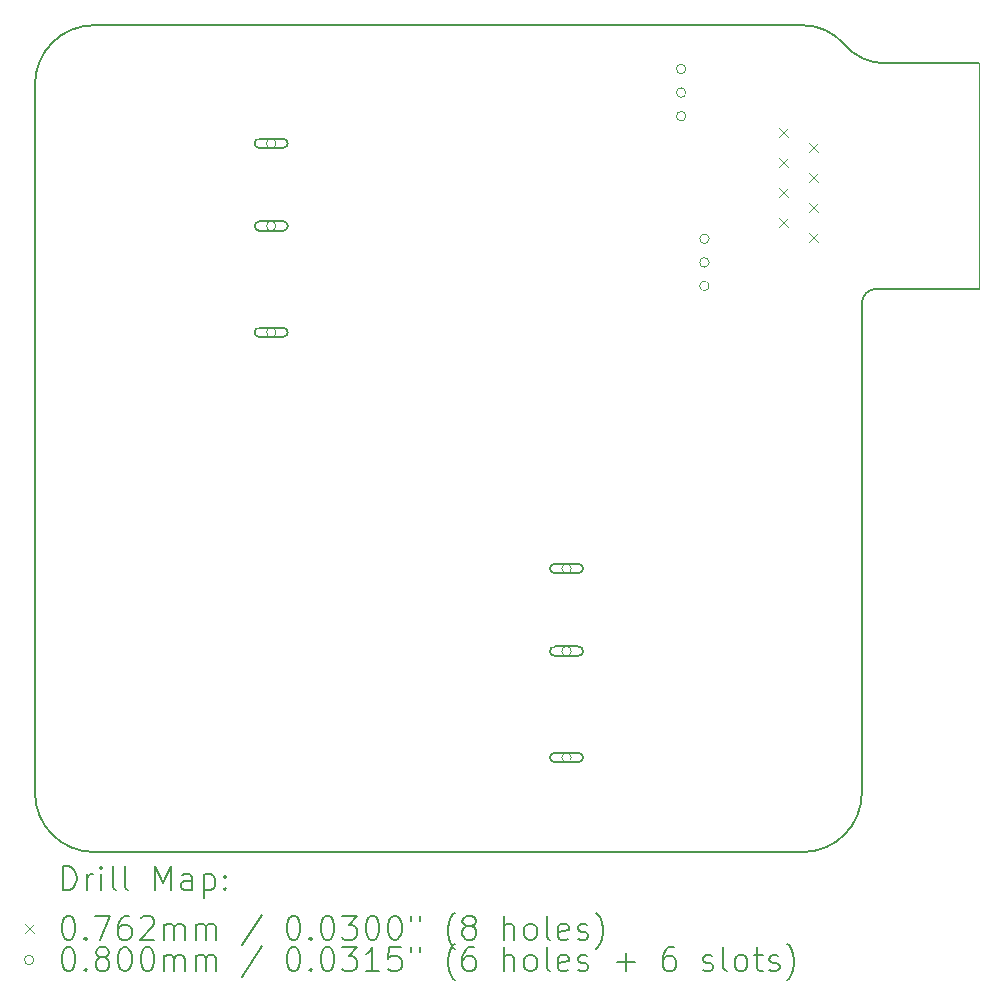
<source format=gbr>
%TF.GenerationSoftware,KiCad,Pcbnew,7.0.2*%
%TF.CreationDate,2023-05-10T12:33:56-04:00*%
%TF.ProjectId,TeamButton,5465616d-4275-4747-946f-6e2e6b696361,rev?*%
%TF.SameCoordinates,Original*%
%TF.FileFunction,Drillmap*%
%TF.FilePolarity,Positive*%
%FSLAX45Y45*%
G04 Gerber Fmt 4.5, Leading zero omitted, Abs format (unit mm)*
G04 Created by KiCad (PCBNEW 7.0.2) date 2023-05-10 12:33:56*
%MOMM*%
%LPD*%
G01*
G04 APERTURE LIST*
%ADD10C,0.100000*%
%ADD11C,0.200000*%
%ADD12C,0.076200*%
%ADD13C,0.080000*%
G04 APERTURE END LIST*
D10*
X15494000Y-6731000D02*
X15494000Y-4822775D01*
D11*
X7500000Y-5000000D02*
X7500000Y-11000000D01*
X14351001Y-4661387D02*
G75*
G03*
X14000000Y-4500000I-351001J-301003D01*
G01*
X14000000Y-11500000D02*
G75*
G03*
X14500000Y-11000000I0J500000D01*
G01*
X14627000Y-6731000D02*
G75*
G03*
X14500000Y-6858000I0J-127000D01*
G01*
X8000000Y-4500000D02*
X14000000Y-4500000D01*
X14627000Y-6731000D02*
X15494000Y-6731000D01*
X8000000Y-4500000D02*
G75*
G03*
X7500000Y-5000000I0J-500000D01*
G01*
X15494000Y-4822775D02*
X14702000Y-4822775D01*
X14000000Y-11500000D02*
X8000000Y-11500000D01*
X14351001Y-4661387D02*
G75*
G03*
X14702000Y-4822775I350999J300997D01*
G01*
X14500000Y-11000000D02*
X14500000Y-6858000D01*
X7500000Y-11000000D02*
G75*
G03*
X8000000Y-11500000I500000J0D01*
G01*
D12*
X13797900Y-5369400D02*
X13874100Y-5445600D01*
X13874100Y-5369400D02*
X13797900Y-5445600D01*
X13797900Y-5623400D02*
X13874100Y-5699600D01*
X13874100Y-5623400D02*
X13797900Y-5699600D01*
X13797900Y-5877400D02*
X13874100Y-5953600D01*
X13874100Y-5877400D02*
X13797900Y-5953600D01*
X13797900Y-6131400D02*
X13874100Y-6207600D01*
X13874100Y-6131400D02*
X13797900Y-6207600D01*
X14051900Y-5496400D02*
X14128100Y-5572600D01*
X14128100Y-5496400D02*
X14051900Y-5572600D01*
X14051900Y-5750400D02*
X14128100Y-5826600D01*
X14128100Y-5750400D02*
X14051900Y-5826600D01*
X14051900Y-6004400D02*
X14128100Y-6080600D01*
X14128100Y-6004400D02*
X14051900Y-6080600D01*
X14051900Y-6258400D02*
X14128100Y-6334600D01*
X14128100Y-6258400D02*
X14051900Y-6334600D01*
D13*
X9540000Y-5500000D02*
G75*
G03*
X9540000Y-5500000I-40000J0D01*
G01*
D11*
X9600000Y-5460000D02*
X9400000Y-5460000D01*
X9400000Y-5460000D02*
G75*
G03*
X9400000Y-5540000I0J-40000D01*
G01*
X9400000Y-5540000D02*
X9600000Y-5540000D01*
X9600000Y-5540000D02*
G75*
G03*
X9600000Y-5460000I0J40000D01*
G01*
D13*
X9540000Y-6200000D02*
G75*
G03*
X9540000Y-6200000I-40000J0D01*
G01*
D11*
X9600000Y-6160000D02*
X9400000Y-6160000D01*
X9400000Y-6160000D02*
G75*
G03*
X9400000Y-6240000I0J-40000D01*
G01*
X9400000Y-6240000D02*
X9600000Y-6240000D01*
X9600000Y-6240000D02*
G75*
G03*
X9600000Y-6160000I0J40000D01*
G01*
D13*
X9540000Y-7100000D02*
G75*
G03*
X9540000Y-7100000I-40000J0D01*
G01*
D11*
X9600000Y-7060000D02*
X9400000Y-7060000D01*
X9400000Y-7060000D02*
G75*
G03*
X9400000Y-7140000I0J-40000D01*
G01*
X9400000Y-7140000D02*
X9600000Y-7140000D01*
X9600000Y-7140000D02*
G75*
G03*
X9600000Y-7060000I0J40000D01*
G01*
D13*
X12040000Y-9100000D02*
G75*
G03*
X12040000Y-9100000I-40000J0D01*
G01*
D11*
X12100000Y-9060000D02*
X11900000Y-9060000D01*
X11900000Y-9060000D02*
G75*
G03*
X11900000Y-9140000I0J-40000D01*
G01*
X11900000Y-9140000D02*
X12100000Y-9140000D01*
X12100000Y-9140000D02*
G75*
G03*
X12100000Y-9060000I0J40000D01*
G01*
D13*
X12040000Y-9800000D02*
G75*
G03*
X12040000Y-9800000I-40000J0D01*
G01*
D11*
X12100000Y-9760000D02*
X11900000Y-9760000D01*
X11900000Y-9760000D02*
G75*
G03*
X11900000Y-9840000I0J-40000D01*
G01*
X11900000Y-9840000D02*
X12100000Y-9840000D01*
X12100000Y-9840000D02*
G75*
G03*
X12100000Y-9760000I0J40000D01*
G01*
D13*
X12040000Y-10700000D02*
G75*
G03*
X12040000Y-10700000I-40000J0D01*
G01*
D11*
X12100000Y-10660000D02*
X11900000Y-10660000D01*
X11900000Y-10660000D02*
G75*
G03*
X11900000Y-10740000I0J-40000D01*
G01*
X11900000Y-10740000D02*
X12100000Y-10740000D01*
X12100000Y-10740000D02*
G75*
G03*
X12100000Y-10660000I0J40000D01*
G01*
D13*
X13010000Y-4870000D02*
G75*
G03*
X13010000Y-4870000I-40000J0D01*
G01*
X13010000Y-5070000D02*
G75*
G03*
X13010000Y-5070000I-40000J0D01*
G01*
X13010000Y-5270000D02*
G75*
G03*
X13010000Y-5270000I-40000J0D01*
G01*
X13207500Y-6307500D02*
G75*
G03*
X13207500Y-6307500I-40000J0D01*
G01*
X13207500Y-6507500D02*
G75*
G03*
X13207500Y-6507500I-40000J0D01*
G01*
X13207500Y-6707500D02*
G75*
G03*
X13207500Y-6707500I-40000J0D01*
G01*
D11*
X7737619Y-11822524D02*
X7737619Y-11622524D01*
X7737619Y-11622524D02*
X7785238Y-11622524D01*
X7785238Y-11622524D02*
X7813809Y-11632048D01*
X7813809Y-11632048D02*
X7832857Y-11651095D01*
X7832857Y-11651095D02*
X7842381Y-11670143D01*
X7842381Y-11670143D02*
X7851905Y-11708238D01*
X7851905Y-11708238D02*
X7851905Y-11736809D01*
X7851905Y-11736809D02*
X7842381Y-11774905D01*
X7842381Y-11774905D02*
X7832857Y-11793952D01*
X7832857Y-11793952D02*
X7813809Y-11813000D01*
X7813809Y-11813000D02*
X7785238Y-11822524D01*
X7785238Y-11822524D02*
X7737619Y-11822524D01*
X7937619Y-11822524D02*
X7937619Y-11689190D01*
X7937619Y-11727286D02*
X7947143Y-11708238D01*
X7947143Y-11708238D02*
X7956667Y-11698714D01*
X7956667Y-11698714D02*
X7975714Y-11689190D01*
X7975714Y-11689190D02*
X7994762Y-11689190D01*
X8061428Y-11822524D02*
X8061428Y-11689190D01*
X8061428Y-11622524D02*
X8051905Y-11632048D01*
X8051905Y-11632048D02*
X8061428Y-11641571D01*
X8061428Y-11641571D02*
X8070952Y-11632048D01*
X8070952Y-11632048D02*
X8061428Y-11622524D01*
X8061428Y-11622524D02*
X8061428Y-11641571D01*
X8185238Y-11822524D02*
X8166190Y-11813000D01*
X8166190Y-11813000D02*
X8156667Y-11793952D01*
X8156667Y-11793952D02*
X8156667Y-11622524D01*
X8290000Y-11822524D02*
X8270952Y-11813000D01*
X8270952Y-11813000D02*
X8261428Y-11793952D01*
X8261428Y-11793952D02*
X8261428Y-11622524D01*
X8518571Y-11822524D02*
X8518571Y-11622524D01*
X8518571Y-11622524D02*
X8585238Y-11765381D01*
X8585238Y-11765381D02*
X8651905Y-11622524D01*
X8651905Y-11622524D02*
X8651905Y-11822524D01*
X8832857Y-11822524D02*
X8832857Y-11717762D01*
X8832857Y-11717762D02*
X8823333Y-11698714D01*
X8823333Y-11698714D02*
X8804286Y-11689190D01*
X8804286Y-11689190D02*
X8766190Y-11689190D01*
X8766190Y-11689190D02*
X8747143Y-11698714D01*
X8832857Y-11813000D02*
X8813810Y-11822524D01*
X8813810Y-11822524D02*
X8766190Y-11822524D01*
X8766190Y-11822524D02*
X8747143Y-11813000D01*
X8747143Y-11813000D02*
X8737619Y-11793952D01*
X8737619Y-11793952D02*
X8737619Y-11774905D01*
X8737619Y-11774905D02*
X8747143Y-11755857D01*
X8747143Y-11755857D02*
X8766190Y-11746333D01*
X8766190Y-11746333D02*
X8813810Y-11746333D01*
X8813810Y-11746333D02*
X8832857Y-11736809D01*
X8928095Y-11689190D02*
X8928095Y-11889190D01*
X8928095Y-11698714D02*
X8947143Y-11689190D01*
X8947143Y-11689190D02*
X8985238Y-11689190D01*
X8985238Y-11689190D02*
X9004286Y-11698714D01*
X9004286Y-11698714D02*
X9013810Y-11708238D01*
X9013810Y-11708238D02*
X9023333Y-11727286D01*
X9023333Y-11727286D02*
X9023333Y-11784428D01*
X9023333Y-11784428D02*
X9013810Y-11803476D01*
X9013810Y-11803476D02*
X9004286Y-11813000D01*
X9004286Y-11813000D02*
X8985238Y-11822524D01*
X8985238Y-11822524D02*
X8947143Y-11822524D01*
X8947143Y-11822524D02*
X8928095Y-11813000D01*
X9109048Y-11803476D02*
X9118571Y-11813000D01*
X9118571Y-11813000D02*
X9109048Y-11822524D01*
X9109048Y-11822524D02*
X9099524Y-11813000D01*
X9099524Y-11813000D02*
X9109048Y-11803476D01*
X9109048Y-11803476D02*
X9109048Y-11822524D01*
X9109048Y-11698714D02*
X9118571Y-11708238D01*
X9118571Y-11708238D02*
X9109048Y-11717762D01*
X9109048Y-11717762D02*
X9099524Y-11708238D01*
X9099524Y-11708238D02*
X9109048Y-11698714D01*
X9109048Y-11698714D02*
X9109048Y-11717762D01*
D12*
X7413800Y-12111900D02*
X7490000Y-12188100D01*
X7490000Y-12111900D02*
X7413800Y-12188100D01*
D11*
X7775714Y-12042524D02*
X7794762Y-12042524D01*
X7794762Y-12042524D02*
X7813809Y-12052048D01*
X7813809Y-12052048D02*
X7823333Y-12061571D01*
X7823333Y-12061571D02*
X7832857Y-12080619D01*
X7832857Y-12080619D02*
X7842381Y-12118714D01*
X7842381Y-12118714D02*
X7842381Y-12166333D01*
X7842381Y-12166333D02*
X7832857Y-12204428D01*
X7832857Y-12204428D02*
X7823333Y-12223476D01*
X7823333Y-12223476D02*
X7813809Y-12233000D01*
X7813809Y-12233000D02*
X7794762Y-12242524D01*
X7794762Y-12242524D02*
X7775714Y-12242524D01*
X7775714Y-12242524D02*
X7756667Y-12233000D01*
X7756667Y-12233000D02*
X7747143Y-12223476D01*
X7747143Y-12223476D02*
X7737619Y-12204428D01*
X7737619Y-12204428D02*
X7728095Y-12166333D01*
X7728095Y-12166333D02*
X7728095Y-12118714D01*
X7728095Y-12118714D02*
X7737619Y-12080619D01*
X7737619Y-12080619D02*
X7747143Y-12061571D01*
X7747143Y-12061571D02*
X7756667Y-12052048D01*
X7756667Y-12052048D02*
X7775714Y-12042524D01*
X7928095Y-12223476D02*
X7937619Y-12233000D01*
X7937619Y-12233000D02*
X7928095Y-12242524D01*
X7928095Y-12242524D02*
X7918571Y-12233000D01*
X7918571Y-12233000D02*
X7928095Y-12223476D01*
X7928095Y-12223476D02*
X7928095Y-12242524D01*
X8004286Y-12042524D02*
X8137619Y-12042524D01*
X8137619Y-12042524D02*
X8051905Y-12242524D01*
X8299524Y-12042524D02*
X8261428Y-12042524D01*
X8261428Y-12042524D02*
X8242381Y-12052048D01*
X8242381Y-12052048D02*
X8232857Y-12061571D01*
X8232857Y-12061571D02*
X8213809Y-12090143D01*
X8213809Y-12090143D02*
X8204286Y-12128238D01*
X8204286Y-12128238D02*
X8204286Y-12204428D01*
X8204286Y-12204428D02*
X8213809Y-12223476D01*
X8213809Y-12223476D02*
X8223333Y-12233000D01*
X8223333Y-12233000D02*
X8242381Y-12242524D01*
X8242381Y-12242524D02*
X8280476Y-12242524D01*
X8280476Y-12242524D02*
X8299524Y-12233000D01*
X8299524Y-12233000D02*
X8309048Y-12223476D01*
X8309048Y-12223476D02*
X8318571Y-12204428D01*
X8318571Y-12204428D02*
X8318571Y-12156809D01*
X8318571Y-12156809D02*
X8309048Y-12137762D01*
X8309048Y-12137762D02*
X8299524Y-12128238D01*
X8299524Y-12128238D02*
X8280476Y-12118714D01*
X8280476Y-12118714D02*
X8242381Y-12118714D01*
X8242381Y-12118714D02*
X8223333Y-12128238D01*
X8223333Y-12128238D02*
X8213809Y-12137762D01*
X8213809Y-12137762D02*
X8204286Y-12156809D01*
X8394762Y-12061571D02*
X8404286Y-12052048D01*
X8404286Y-12052048D02*
X8423333Y-12042524D01*
X8423333Y-12042524D02*
X8470952Y-12042524D01*
X8470952Y-12042524D02*
X8490000Y-12052048D01*
X8490000Y-12052048D02*
X8499524Y-12061571D01*
X8499524Y-12061571D02*
X8509048Y-12080619D01*
X8509048Y-12080619D02*
X8509048Y-12099667D01*
X8509048Y-12099667D02*
X8499524Y-12128238D01*
X8499524Y-12128238D02*
X8385238Y-12242524D01*
X8385238Y-12242524D02*
X8509048Y-12242524D01*
X8594762Y-12242524D02*
X8594762Y-12109190D01*
X8594762Y-12128238D02*
X8604286Y-12118714D01*
X8604286Y-12118714D02*
X8623333Y-12109190D01*
X8623333Y-12109190D02*
X8651905Y-12109190D01*
X8651905Y-12109190D02*
X8670952Y-12118714D01*
X8670952Y-12118714D02*
X8680476Y-12137762D01*
X8680476Y-12137762D02*
X8680476Y-12242524D01*
X8680476Y-12137762D02*
X8690000Y-12118714D01*
X8690000Y-12118714D02*
X8709048Y-12109190D01*
X8709048Y-12109190D02*
X8737619Y-12109190D01*
X8737619Y-12109190D02*
X8756667Y-12118714D01*
X8756667Y-12118714D02*
X8766191Y-12137762D01*
X8766191Y-12137762D02*
X8766191Y-12242524D01*
X8861429Y-12242524D02*
X8861429Y-12109190D01*
X8861429Y-12128238D02*
X8870952Y-12118714D01*
X8870952Y-12118714D02*
X8890000Y-12109190D01*
X8890000Y-12109190D02*
X8918572Y-12109190D01*
X8918572Y-12109190D02*
X8937619Y-12118714D01*
X8937619Y-12118714D02*
X8947143Y-12137762D01*
X8947143Y-12137762D02*
X8947143Y-12242524D01*
X8947143Y-12137762D02*
X8956667Y-12118714D01*
X8956667Y-12118714D02*
X8975714Y-12109190D01*
X8975714Y-12109190D02*
X9004286Y-12109190D01*
X9004286Y-12109190D02*
X9023333Y-12118714D01*
X9023333Y-12118714D02*
X9032857Y-12137762D01*
X9032857Y-12137762D02*
X9032857Y-12242524D01*
X9423333Y-12033000D02*
X9251905Y-12290143D01*
X9680476Y-12042524D02*
X9699524Y-12042524D01*
X9699524Y-12042524D02*
X9718572Y-12052048D01*
X9718572Y-12052048D02*
X9728095Y-12061571D01*
X9728095Y-12061571D02*
X9737619Y-12080619D01*
X9737619Y-12080619D02*
X9747143Y-12118714D01*
X9747143Y-12118714D02*
X9747143Y-12166333D01*
X9747143Y-12166333D02*
X9737619Y-12204428D01*
X9737619Y-12204428D02*
X9728095Y-12223476D01*
X9728095Y-12223476D02*
X9718572Y-12233000D01*
X9718572Y-12233000D02*
X9699524Y-12242524D01*
X9699524Y-12242524D02*
X9680476Y-12242524D01*
X9680476Y-12242524D02*
X9661429Y-12233000D01*
X9661429Y-12233000D02*
X9651905Y-12223476D01*
X9651905Y-12223476D02*
X9642381Y-12204428D01*
X9642381Y-12204428D02*
X9632857Y-12166333D01*
X9632857Y-12166333D02*
X9632857Y-12118714D01*
X9632857Y-12118714D02*
X9642381Y-12080619D01*
X9642381Y-12080619D02*
X9651905Y-12061571D01*
X9651905Y-12061571D02*
X9661429Y-12052048D01*
X9661429Y-12052048D02*
X9680476Y-12042524D01*
X9832857Y-12223476D02*
X9842381Y-12233000D01*
X9842381Y-12233000D02*
X9832857Y-12242524D01*
X9832857Y-12242524D02*
X9823334Y-12233000D01*
X9823334Y-12233000D02*
X9832857Y-12223476D01*
X9832857Y-12223476D02*
X9832857Y-12242524D01*
X9966191Y-12042524D02*
X9985238Y-12042524D01*
X9985238Y-12042524D02*
X10004286Y-12052048D01*
X10004286Y-12052048D02*
X10013810Y-12061571D01*
X10013810Y-12061571D02*
X10023334Y-12080619D01*
X10023334Y-12080619D02*
X10032857Y-12118714D01*
X10032857Y-12118714D02*
X10032857Y-12166333D01*
X10032857Y-12166333D02*
X10023334Y-12204428D01*
X10023334Y-12204428D02*
X10013810Y-12223476D01*
X10013810Y-12223476D02*
X10004286Y-12233000D01*
X10004286Y-12233000D02*
X9985238Y-12242524D01*
X9985238Y-12242524D02*
X9966191Y-12242524D01*
X9966191Y-12242524D02*
X9947143Y-12233000D01*
X9947143Y-12233000D02*
X9937619Y-12223476D01*
X9937619Y-12223476D02*
X9928095Y-12204428D01*
X9928095Y-12204428D02*
X9918572Y-12166333D01*
X9918572Y-12166333D02*
X9918572Y-12118714D01*
X9918572Y-12118714D02*
X9928095Y-12080619D01*
X9928095Y-12080619D02*
X9937619Y-12061571D01*
X9937619Y-12061571D02*
X9947143Y-12052048D01*
X9947143Y-12052048D02*
X9966191Y-12042524D01*
X10099524Y-12042524D02*
X10223334Y-12042524D01*
X10223334Y-12042524D02*
X10156667Y-12118714D01*
X10156667Y-12118714D02*
X10185238Y-12118714D01*
X10185238Y-12118714D02*
X10204286Y-12128238D01*
X10204286Y-12128238D02*
X10213810Y-12137762D01*
X10213810Y-12137762D02*
X10223334Y-12156809D01*
X10223334Y-12156809D02*
X10223334Y-12204428D01*
X10223334Y-12204428D02*
X10213810Y-12223476D01*
X10213810Y-12223476D02*
X10204286Y-12233000D01*
X10204286Y-12233000D02*
X10185238Y-12242524D01*
X10185238Y-12242524D02*
X10128095Y-12242524D01*
X10128095Y-12242524D02*
X10109048Y-12233000D01*
X10109048Y-12233000D02*
X10099524Y-12223476D01*
X10347143Y-12042524D02*
X10366191Y-12042524D01*
X10366191Y-12042524D02*
X10385238Y-12052048D01*
X10385238Y-12052048D02*
X10394762Y-12061571D01*
X10394762Y-12061571D02*
X10404286Y-12080619D01*
X10404286Y-12080619D02*
X10413810Y-12118714D01*
X10413810Y-12118714D02*
X10413810Y-12166333D01*
X10413810Y-12166333D02*
X10404286Y-12204428D01*
X10404286Y-12204428D02*
X10394762Y-12223476D01*
X10394762Y-12223476D02*
X10385238Y-12233000D01*
X10385238Y-12233000D02*
X10366191Y-12242524D01*
X10366191Y-12242524D02*
X10347143Y-12242524D01*
X10347143Y-12242524D02*
X10328095Y-12233000D01*
X10328095Y-12233000D02*
X10318572Y-12223476D01*
X10318572Y-12223476D02*
X10309048Y-12204428D01*
X10309048Y-12204428D02*
X10299524Y-12166333D01*
X10299524Y-12166333D02*
X10299524Y-12118714D01*
X10299524Y-12118714D02*
X10309048Y-12080619D01*
X10309048Y-12080619D02*
X10318572Y-12061571D01*
X10318572Y-12061571D02*
X10328095Y-12052048D01*
X10328095Y-12052048D02*
X10347143Y-12042524D01*
X10537619Y-12042524D02*
X10556667Y-12042524D01*
X10556667Y-12042524D02*
X10575715Y-12052048D01*
X10575715Y-12052048D02*
X10585238Y-12061571D01*
X10585238Y-12061571D02*
X10594762Y-12080619D01*
X10594762Y-12080619D02*
X10604286Y-12118714D01*
X10604286Y-12118714D02*
X10604286Y-12166333D01*
X10604286Y-12166333D02*
X10594762Y-12204428D01*
X10594762Y-12204428D02*
X10585238Y-12223476D01*
X10585238Y-12223476D02*
X10575715Y-12233000D01*
X10575715Y-12233000D02*
X10556667Y-12242524D01*
X10556667Y-12242524D02*
X10537619Y-12242524D01*
X10537619Y-12242524D02*
X10518572Y-12233000D01*
X10518572Y-12233000D02*
X10509048Y-12223476D01*
X10509048Y-12223476D02*
X10499524Y-12204428D01*
X10499524Y-12204428D02*
X10490000Y-12166333D01*
X10490000Y-12166333D02*
X10490000Y-12118714D01*
X10490000Y-12118714D02*
X10499524Y-12080619D01*
X10499524Y-12080619D02*
X10509048Y-12061571D01*
X10509048Y-12061571D02*
X10518572Y-12052048D01*
X10518572Y-12052048D02*
X10537619Y-12042524D01*
X10680476Y-12042524D02*
X10680476Y-12080619D01*
X10756667Y-12042524D02*
X10756667Y-12080619D01*
X11051905Y-12318714D02*
X11042381Y-12309190D01*
X11042381Y-12309190D02*
X11023334Y-12280619D01*
X11023334Y-12280619D02*
X11013810Y-12261571D01*
X11013810Y-12261571D02*
X11004286Y-12233000D01*
X11004286Y-12233000D02*
X10994762Y-12185381D01*
X10994762Y-12185381D02*
X10994762Y-12147286D01*
X10994762Y-12147286D02*
X11004286Y-12099667D01*
X11004286Y-12099667D02*
X11013810Y-12071095D01*
X11013810Y-12071095D02*
X11023334Y-12052048D01*
X11023334Y-12052048D02*
X11042381Y-12023476D01*
X11042381Y-12023476D02*
X11051905Y-12013952D01*
X11156667Y-12128238D02*
X11137619Y-12118714D01*
X11137619Y-12118714D02*
X11128096Y-12109190D01*
X11128096Y-12109190D02*
X11118572Y-12090143D01*
X11118572Y-12090143D02*
X11118572Y-12080619D01*
X11118572Y-12080619D02*
X11128096Y-12061571D01*
X11128096Y-12061571D02*
X11137619Y-12052048D01*
X11137619Y-12052048D02*
X11156667Y-12042524D01*
X11156667Y-12042524D02*
X11194762Y-12042524D01*
X11194762Y-12042524D02*
X11213810Y-12052048D01*
X11213810Y-12052048D02*
X11223334Y-12061571D01*
X11223334Y-12061571D02*
X11232857Y-12080619D01*
X11232857Y-12080619D02*
X11232857Y-12090143D01*
X11232857Y-12090143D02*
X11223334Y-12109190D01*
X11223334Y-12109190D02*
X11213810Y-12118714D01*
X11213810Y-12118714D02*
X11194762Y-12128238D01*
X11194762Y-12128238D02*
X11156667Y-12128238D01*
X11156667Y-12128238D02*
X11137619Y-12137762D01*
X11137619Y-12137762D02*
X11128096Y-12147286D01*
X11128096Y-12147286D02*
X11118572Y-12166333D01*
X11118572Y-12166333D02*
X11118572Y-12204428D01*
X11118572Y-12204428D02*
X11128096Y-12223476D01*
X11128096Y-12223476D02*
X11137619Y-12233000D01*
X11137619Y-12233000D02*
X11156667Y-12242524D01*
X11156667Y-12242524D02*
X11194762Y-12242524D01*
X11194762Y-12242524D02*
X11213810Y-12233000D01*
X11213810Y-12233000D02*
X11223334Y-12223476D01*
X11223334Y-12223476D02*
X11232857Y-12204428D01*
X11232857Y-12204428D02*
X11232857Y-12166333D01*
X11232857Y-12166333D02*
X11223334Y-12147286D01*
X11223334Y-12147286D02*
X11213810Y-12137762D01*
X11213810Y-12137762D02*
X11194762Y-12128238D01*
X11470953Y-12242524D02*
X11470953Y-12042524D01*
X11556667Y-12242524D02*
X11556667Y-12137762D01*
X11556667Y-12137762D02*
X11547143Y-12118714D01*
X11547143Y-12118714D02*
X11528096Y-12109190D01*
X11528096Y-12109190D02*
X11499524Y-12109190D01*
X11499524Y-12109190D02*
X11480476Y-12118714D01*
X11480476Y-12118714D02*
X11470953Y-12128238D01*
X11680476Y-12242524D02*
X11661429Y-12233000D01*
X11661429Y-12233000D02*
X11651905Y-12223476D01*
X11651905Y-12223476D02*
X11642381Y-12204428D01*
X11642381Y-12204428D02*
X11642381Y-12147286D01*
X11642381Y-12147286D02*
X11651905Y-12128238D01*
X11651905Y-12128238D02*
X11661429Y-12118714D01*
X11661429Y-12118714D02*
X11680476Y-12109190D01*
X11680476Y-12109190D02*
X11709048Y-12109190D01*
X11709048Y-12109190D02*
X11728096Y-12118714D01*
X11728096Y-12118714D02*
X11737619Y-12128238D01*
X11737619Y-12128238D02*
X11747143Y-12147286D01*
X11747143Y-12147286D02*
X11747143Y-12204428D01*
X11747143Y-12204428D02*
X11737619Y-12223476D01*
X11737619Y-12223476D02*
X11728096Y-12233000D01*
X11728096Y-12233000D02*
X11709048Y-12242524D01*
X11709048Y-12242524D02*
X11680476Y-12242524D01*
X11861429Y-12242524D02*
X11842381Y-12233000D01*
X11842381Y-12233000D02*
X11832857Y-12213952D01*
X11832857Y-12213952D02*
X11832857Y-12042524D01*
X12013810Y-12233000D02*
X11994762Y-12242524D01*
X11994762Y-12242524D02*
X11956667Y-12242524D01*
X11956667Y-12242524D02*
X11937619Y-12233000D01*
X11937619Y-12233000D02*
X11928096Y-12213952D01*
X11928096Y-12213952D02*
X11928096Y-12137762D01*
X11928096Y-12137762D02*
X11937619Y-12118714D01*
X11937619Y-12118714D02*
X11956667Y-12109190D01*
X11956667Y-12109190D02*
X11994762Y-12109190D01*
X11994762Y-12109190D02*
X12013810Y-12118714D01*
X12013810Y-12118714D02*
X12023334Y-12137762D01*
X12023334Y-12137762D02*
X12023334Y-12156809D01*
X12023334Y-12156809D02*
X11928096Y-12175857D01*
X12099524Y-12233000D02*
X12118572Y-12242524D01*
X12118572Y-12242524D02*
X12156667Y-12242524D01*
X12156667Y-12242524D02*
X12175715Y-12233000D01*
X12175715Y-12233000D02*
X12185238Y-12213952D01*
X12185238Y-12213952D02*
X12185238Y-12204428D01*
X12185238Y-12204428D02*
X12175715Y-12185381D01*
X12175715Y-12185381D02*
X12156667Y-12175857D01*
X12156667Y-12175857D02*
X12128096Y-12175857D01*
X12128096Y-12175857D02*
X12109048Y-12166333D01*
X12109048Y-12166333D02*
X12099524Y-12147286D01*
X12099524Y-12147286D02*
X12099524Y-12137762D01*
X12099524Y-12137762D02*
X12109048Y-12118714D01*
X12109048Y-12118714D02*
X12128096Y-12109190D01*
X12128096Y-12109190D02*
X12156667Y-12109190D01*
X12156667Y-12109190D02*
X12175715Y-12118714D01*
X12251905Y-12318714D02*
X12261429Y-12309190D01*
X12261429Y-12309190D02*
X12280477Y-12280619D01*
X12280477Y-12280619D02*
X12290000Y-12261571D01*
X12290000Y-12261571D02*
X12299524Y-12233000D01*
X12299524Y-12233000D02*
X12309048Y-12185381D01*
X12309048Y-12185381D02*
X12309048Y-12147286D01*
X12309048Y-12147286D02*
X12299524Y-12099667D01*
X12299524Y-12099667D02*
X12290000Y-12071095D01*
X12290000Y-12071095D02*
X12280477Y-12052048D01*
X12280477Y-12052048D02*
X12261429Y-12023476D01*
X12261429Y-12023476D02*
X12251905Y-12013952D01*
D13*
X7490000Y-12414000D02*
G75*
G03*
X7490000Y-12414000I-40000J0D01*
G01*
D11*
X7775714Y-12306524D02*
X7794762Y-12306524D01*
X7794762Y-12306524D02*
X7813809Y-12316048D01*
X7813809Y-12316048D02*
X7823333Y-12325571D01*
X7823333Y-12325571D02*
X7832857Y-12344619D01*
X7832857Y-12344619D02*
X7842381Y-12382714D01*
X7842381Y-12382714D02*
X7842381Y-12430333D01*
X7842381Y-12430333D02*
X7832857Y-12468428D01*
X7832857Y-12468428D02*
X7823333Y-12487476D01*
X7823333Y-12487476D02*
X7813809Y-12497000D01*
X7813809Y-12497000D02*
X7794762Y-12506524D01*
X7794762Y-12506524D02*
X7775714Y-12506524D01*
X7775714Y-12506524D02*
X7756667Y-12497000D01*
X7756667Y-12497000D02*
X7747143Y-12487476D01*
X7747143Y-12487476D02*
X7737619Y-12468428D01*
X7737619Y-12468428D02*
X7728095Y-12430333D01*
X7728095Y-12430333D02*
X7728095Y-12382714D01*
X7728095Y-12382714D02*
X7737619Y-12344619D01*
X7737619Y-12344619D02*
X7747143Y-12325571D01*
X7747143Y-12325571D02*
X7756667Y-12316048D01*
X7756667Y-12316048D02*
X7775714Y-12306524D01*
X7928095Y-12487476D02*
X7937619Y-12497000D01*
X7937619Y-12497000D02*
X7928095Y-12506524D01*
X7928095Y-12506524D02*
X7918571Y-12497000D01*
X7918571Y-12497000D02*
X7928095Y-12487476D01*
X7928095Y-12487476D02*
X7928095Y-12506524D01*
X8051905Y-12392238D02*
X8032857Y-12382714D01*
X8032857Y-12382714D02*
X8023333Y-12373190D01*
X8023333Y-12373190D02*
X8013809Y-12354143D01*
X8013809Y-12354143D02*
X8013809Y-12344619D01*
X8013809Y-12344619D02*
X8023333Y-12325571D01*
X8023333Y-12325571D02*
X8032857Y-12316048D01*
X8032857Y-12316048D02*
X8051905Y-12306524D01*
X8051905Y-12306524D02*
X8090000Y-12306524D01*
X8090000Y-12306524D02*
X8109048Y-12316048D01*
X8109048Y-12316048D02*
X8118571Y-12325571D01*
X8118571Y-12325571D02*
X8128095Y-12344619D01*
X8128095Y-12344619D02*
X8128095Y-12354143D01*
X8128095Y-12354143D02*
X8118571Y-12373190D01*
X8118571Y-12373190D02*
X8109048Y-12382714D01*
X8109048Y-12382714D02*
X8090000Y-12392238D01*
X8090000Y-12392238D02*
X8051905Y-12392238D01*
X8051905Y-12392238D02*
X8032857Y-12401762D01*
X8032857Y-12401762D02*
X8023333Y-12411286D01*
X8023333Y-12411286D02*
X8013809Y-12430333D01*
X8013809Y-12430333D02*
X8013809Y-12468428D01*
X8013809Y-12468428D02*
X8023333Y-12487476D01*
X8023333Y-12487476D02*
X8032857Y-12497000D01*
X8032857Y-12497000D02*
X8051905Y-12506524D01*
X8051905Y-12506524D02*
X8090000Y-12506524D01*
X8090000Y-12506524D02*
X8109048Y-12497000D01*
X8109048Y-12497000D02*
X8118571Y-12487476D01*
X8118571Y-12487476D02*
X8128095Y-12468428D01*
X8128095Y-12468428D02*
X8128095Y-12430333D01*
X8128095Y-12430333D02*
X8118571Y-12411286D01*
X8118571Y-12411286D02*
X8109048Y-12401762D01*
X8109048Y-12401762D02*
X8090000Y-12392238D01*
X8251905Y-12306524D02*
X8270952Y-12306524D01*
X8270952Y-12306524D02*
X8290000Y-12316048D01*
X8290000Y-12316048D02*
X8299524Y-12325571D01*
X8299524Y-12325571D02*
X8309048Y-12344619D01*
X8309048Y-12344619D02*
X8318571Y-12382714D01*
X8318571Y-12382714D02*
X8318571Y-12430333D01*
X8318571Y-12430333D02*
X8309048Y-12468428D01*
X8309048Y-12468428D02*
X8299524Y-12487476D01*
X8299524Y-12487476D02*
X8290000Y-12497000D01*
X8290000Y-12497000D02*
X8270952Y-12506524D01*
X8270952Y-12506524D02*
X8251905Y-12506524D01*
X8251905Y-12506524D02*
X8232857Y-12497000D01*
X8232857Y-12497000D02*
X8223333Y-12487476D01*
X8223333Y-12487476D02*
X8213809Y-12468428D01*
X8213809Y-12468428D02*
X8204286Y-12430333D01*
X8204286Y-12430333D02*
X8204286Y-12382714D01*
X8204286Y-12382714D02*
X8213809Y-12344619D01*
X8213809Y-12344619D02*
X8223333Y-12325571D01*
X8223333Y-12325571D02*
X8232857Y-12316048D01*
X8232857Y-12316048D02*
X8251905Y-12306524D01*
X8442381Y-12306524D02*
X8461429Y-12306524D01*
X8461429Y-12306524D02*
X8480476Y-12316048D01*
X8480476Y-12316048D02*
X8490000Y-12325571D01*
X8490000Y-12325571D02*
X8499524Y-12344619D01*
X8499524Y-12344619D02*
X8509048Y-12382714D01*
X8509048Y-12382714D02*
X8509048Y-12430333D01*
X8509048Y-12430333D02*
X8499524Y-12468428D01*
X8499524Y-12468428D02*
X8490000Y-12487476D01*
X8490000Y-12487476D02*
X8480476Y-12497000D01*
X8480476Y-12497000D02*
X8461429Y-12506524D01*
X8461429Y-12506524D02*
X8442381Y-12506524D01*
X8442381Y-12506524D02*
X8423333Y-12497000D01*
X8423333Y-12497000D02*
X8413810Y-12487476D01*
X8413810Y-12487476D02*
X8404286Y-12468428D01*
X8404286Y-12468428D02*
X8394762Y-12430333D01*
X8394762Y-12430333D02*
X8394762Y-12382714D01*
X8394762Y-12382714D02*
X8404286Y-12344619D01*
X8404286Y-12344619D02*
X8413810Y-12325571D01*
X8413810Y-12325571D02*
X8423333Y-12316048D01*
X8423333Y-12316048D02*
X8442381Y-12306524D01*
X8594762Y-12506524D02*
X8594762Y-12373190D01*
X8594762Y-12392238D02*
X8604286Y-12382714D01*
X8604286Y-12382714D02*
X8623333Y-12373190D01*
X8623333Y-12373190D02*
X8651905Y-12373190D01*
X8651905Y-12373190D02*
X8670952Y-12382714D01*
X8670952Y-12382714D02*
X8680476Y-12401762D01*
X8680476Y-12401762D02*
X8680476Y-12506524D01*
X8680476Y-12401762D02*
X8690000Y-12382714D01*
X8690000Y-12382714D02*
X8709048Y-12373190D01*
X8709048Y-12373190D02*
X8737619Y-12373190D01*
X8737619Y-12373190D02*
X8756667Y-12382714D01*
X8756667Y-12382714D02*
X8766191Y-12401762D01*
X8766191Y-12401762D02*
X8766191Y-12506524D01*
X8861429Y-12506524D02*
X8861429Y-12373190D01*
X8861429Y-12392238D02*
X8870952Y-12382714D01*
X8870952Y-12382714D02*
X8890000Y-12373190D01*
X8890000Y-12373190D02*
X8918572Y-12373190D01*
X8918572Y-12373190D02*
X8937619Y-12382714D01*
X8937619Y-12382714D02*
X8947143Y-12401762D01*
X8947143Y-12401762D02*
X8947143Y-12506524D01*
X8947143Y-12401762D02*
X8956667Y-12382714D01*
X8956667Y-12382714D02*
X8975714Y-12373190D01*
X8975714Y-12373190D02*
X9004286Y-12373190D01*
X9004286Y-12373190D02*
X9023333Y-12382714D01*
X9023333Y-12382714D02*
X9032857Y-12401762D01*
X9032857Y-12401762D02*
X9032857Y-12506524D01*
X9423333Y-12297000D02*
X9251905Y-12554143D01*
X9680476Y-12306524D02*
X9699524Y-12306524D01*
X9699524Y-12306524D02*
X9718572Y-12316048D01*
X9718572Y-12316048D02*
X9728095Y-12325571D01*
X9728095Y-12325571D02*
X9737619Y-12344619D01*
X9737619Y-12344619D02*
X9747143Y-12382714D01*
X9747143Y-12382714D02*
X9747143Y-12430333D01*
X9747143Y-12430333D02*
X9737619Y-12468428D01*
X9737619Y-12468428D02*
X9728095Y-12487476D01*
X9728095Y-12487476D02*
X9718572Y-12497000D01*
X9718572Y-12497000D02*
X9699524Y-12506524D01*
X9699524Y-12506524D02*
X9680476Y-12506524D01*
X9680476Y-12506524D02*
X9661429Y-12497000D01*
X9661429Y-12497000D02*
X9651905Y-12487476D01*
X9651905Y-12487476D02*
X9642381Y-12468428D01*
X9642381Y-12468428D02*
X9632857Y-12430333D01*
X9632857Y-12430333D02*
X9632857Y-12382714D01*
X9632857Y-12382714D02*
X9642381Y-12344619D01*
X9642381Y-12344619D02*
X9651905Y-12325571D01*
X9651905Y-12325571D02*
X9661429Y-12316048D01*
X9661429Y-12316048D02*
X9680476Y-12306524D01*
X9832857Y-12487476D02*
X9842381Y-12497000D01*
X9842381Y-12497000D02*
X9832857Y-12506524D01*
X9832857Y-12506524D02*
X9823334Y-12497000D01*
X9823334Y-12497000D02*
X9832857Y-12487476D01*
X9832857Y-12487476D02*
X9832857Y-12506524D01*
X9966191Y-12306524D02*
X9985238Y-12306524D01*
X9985238Y-12306524D02*
X10004286Y-12316048D01*
X10004286Y-12316048D02*
X10013810Y-12325571D01*
X10013810Y-12325571D02*
X10023334Y-12344619D01*
X10023334Y-12344619D02*
X10032857Y-12382714D01*
X10032857Y-12382714D02*
X10032857Y-12430333D01*
X10032857Y-12430333D02*
X10023334Y-12468428D01*
X10023334Y-12468428D02*
X10013810Y-12487476D01*
X10013810Y-12487476D02*
X10004286Y-12497000D01*
X10004286Y-12497000D02*
X9985238Y-12506524D01*
X9985238Y-12506524D02*
X9966191Y-12506524D01*
X9966191Y-12506524D02*
X9947143Y-12497000D01*
X9947143Y-12497000D02*
X9937619Y-12487476D01*
X9937619Y-12487476D02*
X9928095Y-12468428D01*
X9928095Y-12468428D02*
X9918572Y-12430333D01*
X9918572Y-12430333D02*
X9918572Y-12382714D01*
X9918572Y-12382714D02*
X9928095Y-12344619D01*
X9928095Y-12344619D02*
X9937619Y-12325571D01*
X9937619Y-12325571D02*
X9947143Y-12316048D01*
X9947143Y-12316048D02*
X9966191Y-12306524D01*
X10099524Y-12306524D02*
X10223334Y-12306524D01*
X10223334Y-12306524D02*
X10156667Y-12382714D01*
X10156667Y-12382714D02*
X10185238Y-12382714D01*
X10185238Y-12382714D02*
X10204286Y-12392238D01*
X10204286Y-12392238D02*
X10213810Y-12401762D01*
X10213810Y-12401762D02*
X10223334Y-12420809D01*
X10223334Y-12420809D02*
X10223334Y-12468428D01*
X10223334Y-12468428D02*
X10213810Y-12487476D01*
X10213810Y-12487476D02*
X10204286Y-12497000D01*
X10204286Y-12497000D02*
X10185238Y-12506524D01*
X10185238Y-12506524D02*
X10128095Y-12506524D01*
X10128095Y-12506524D02*
X10109048Y-12497000D01*
X10109048Y-12497000D02*
X10099524Y-12487476D01*
X10413810Y-12506524D02*
X10299524Y-12506524D01*
X10356667Y-12506524D02*
X10356667Y-12306524D01*
X10356667Y-12306524D02*
X10337619Y-12335095D01*
X10337619Y-12335095D02*
X10318572Y-12354143D01*
X10318572Y-12354143D02*
X10299524Y-12363667D01*
X10594762Y-12306524D02*
X10499524Y-12306524D01*
X10499524Y-12306524D02*
X10490000Y-12401762D01*
X10490000Y-12401762D02*
X10499524Y-12392238D01*
X10499524Y-12392238D02*
X10518572Y-12382714D01*
X10518572Y-12382714D02*
X10566191Y-12382714D01*
X10566191Y-12382714D02*
X10585238Y-12392238D01*
X10585238Y-12392238D02*
X10594762Y-12401762D01*
X10594762Y-12401762D02*
X10604286Y-12420809D01*
X10604286Y-12420809D02*
X10604286Y-12468428D01*
X10604286Y-12468428D02*
X10594762Y-12487476D01*
X10594762Y-12487476D02*
X10585238Y-12497000D01*
X10585238Y-12497000D02*
X10566191Y-12506524D01*
X10566191Y-12506524D02*
X10518572Y-12506524D01*
X10518572Y-12506524D02*
X10499524Y-12497000D01*
X10499524Y-12497000D02*
X10490000Y-12487476D01*
X10680476Y-12306524D02*
X10680476Y-12344619D01*
X10756667Y-12306524D02*
X10756667Y-12344619D01*
X11051905Y-12582714D02*
X11042381Y-12573190D01*
X11042381Y-12573190D02*
X11023334Y-12544619D01*
X11023334Y-12544619D02*
X11013810Y-12525571D01*
X11013810Y-12525571D02*
X11004286Y-12497000D01*
X11004286Y-12497000D02*
X10994762Y-12449381D01*
X10994762Y-12449381D02*
X10994762Y-12411286D01*
X10994762Y-12411286D02*
X11004286Y-12363667D01*
X11004286Y-12363667D02*
X11013810Y-12335095D01*
X11013810Y-12335095D02*
X11023334Y-12316048D01*
X11023334Y-12316048D02*
X11042381Y-12287476D01*
X11042381Y-12287476D02*
X11051905Y-12277952D01*
X11213810Y-12306524D02*
X11175715Y-12306524D01*
X11175715Y-12306524D02*
X11156667Y-12316048D01*
X11156667Y-12316048D02*
X11147143Y-12325571D01*
X11147143Y-12325571D02*
X11128096Y-12354143D01*
X11128096Y-12354143D02*
X11118572Y-12392238D01*
X11118572Y-12392238D02*
X11118572Y-12468428D01*
X11118572Y-12468428D02*
X11128096Y-12487476D01*
X11128096Y-12487476D02*
X11137619Y-12497000D01*
X11137619Y-12497000D02*
X11156667Y-12506524D01*
X11156667Y-12506524D02*
X11194762Y-12506524D01*
X11194762Y-12506524D02*
X11213810Y-12497000D01*
X11213810Y-12497000D02*
X11223334Y-12487476D01*
X11223334Y-12487476D02*
X11232857Y-12468428D01*
X11232857Y-12468428D02*
X11232857Y-12420809D01*
X11232857Y-12420809D02*
X11223334Y-12401762D01*
X11223334Y-12401762D02*
X11213810Y-12392238D01*
X11213810Y-12392238D02*
X11194762Y-12382714D01*
X11194762Y-12382714D02*
X11156667Y-12382714D01*
X11156667Y-12382714D02*
X11137619Y-12392238D01*
X11137619Y-12392238D02*
X11128096Y-12401762D01*
X11128096Y-12401762D02*
X11118572Y-12420809D01*
X11470953Y-12506524D02*
X11470953Y-12306524D01*
X11556667Y-12506524D02*
X11556667Y-12401762D01*
X11556667Y-12401762D02*
X11547143Y-12382714D01*
X11547143Y-12382714D02*
X11528096Y-12373190D01*
X11528096Y-12373190D02*
X11499524Y-12373190D01*
X11499524Y-12373190D02*
X11480476Y-12382714D01*
X11480476Y-12382714D02*
X11470953Y-12392238D01*
X11680476Y-12506524D02*
X11661429Y-12497000D01*
X11661429Y-12497000D02*
X11651905Y-12487476D01*
X11651905Y-12487476D02*
X11642381Y-12468428D01*
X11642381Y-12468428D02*
X11642381Y-12411286D01*
X11642381Y-12411286D02*
X11651905Y-12392238D01*
X11651905Y-12392238D02*
X11661429Y-12382714D01*
X11661429Y-12382714D02*
X11680476Y-12373190D01*
X11680476Y-12373190D02*
X11709048Y-12373190D01*
X11709048Y-12373190D02*
X11728096Y-12382714D01*
X11728096Y-12382714D02*
X11737619Y-12392238D01*
X11737619Y-12392238D02*
X11747143Y-12411286D01*
X11747143Y-12411286D02*
X11747143Y-12468428D01*
X11747143Y-12468428D02*
X11737619Y-12487476D01*
X11737619Y-12487476D02*
X11728096Y-12497000D01*
X11728096Y-12497000D02*
X11709048Y-12506524D01*
X11709048Y-12506524D02*
X11680476Y-12506524D01*
X11861429Y-12506524D02*
X11842381Y-12497000D01*
X11842381Y-12497000D02*
X11832857Y-12477952D01*
X11832857Y-12477952D02*
X11832857Y-12306524D01*
X12013810Y-12497000D02*
X11994762Y-12506524D01*
X11994762Y-12506524D02*
X11956667Y-12506524D01*
X11956667Y-12506524D02*
X11937619Y-12497000D01*
X11937619Y-12497000D02*
X11928096Y-12477952D01*
X11928096Y-12477952D02*
X11928096Y-12401762D01*
X11928096Y-12401762D02*
X11937619Y-12382714D01*
X11937619Y-12382714D02*
X11956667Y-12373190D01*
X11956667Y-12373190D02*
X11994762Y-12373190D01*
X11994762Y-12373190D02*
X12013810Y-12382714D01*
X12013810Y-12382714D02*
X12023334Y-12401762D01*
X12023334Y-12401762D02*
X12023334Y-12420809D01*
X12023334Y-12420809D02*
X11928096Y-12439857D01*
X12099524Y-12497000D02*
X12118572Y-12506524D01*
X12118572Y-12506524D02*
X12156667Y-12506524D01*
X12156667Y-12506524D02*
X12175715Y-12497000D01*
X12175715Y-12497000D02*
X12185238Y-12477952D01*
X12185238Y-12477952D02*
X12185238Y-12468428D01*
X12185238Y-12468428D02*
X12175715Y-12449381D01*
X12175715Y-12449381D02*
X12156667Y-12439857D01*
X12156667Y-12439857D02*
X12128096Y-12439857D01*
X12128096Y-12439857D02*
X12109048Y-12430333D01*
X12109048Y-12430333D02*
X12099524Y-12411286D01*
X12099524Y-12411286D02*
X12099524Y-12401762D01*
X12099524Y-12401762D02*
X12109048Y-12382714D01*
X12109048Y-12382714D02*
X12128096Y-12373190D01*
X12128096Y-12373190D02*
X12156667Y-12373190D01*
X12156667Y-12373190D02*
X12175715Y-12382714D01*
X12423334Y-12430333D02*
X12575715Y-12430333D01*
X12499524Y-12506524D02*
X12499524Y-12354143D01*
X12909048Y-12306524D02*
X12870953Y-12306524D01*
X12870953Y-12306524D02*
X12851905Y-12316048D01*
X12851905Y-12316048D02*
X12842381Y-12325571D01*
X12842381Y-12325571D02*
X12823334Y-12354143D01*
X12823334Y-12354143D02*
X12813810Y-12392238D01*
X12813810Y-12392238D02*
X12813810Y-12468428D01*
X12813810Y-12468428D02*
X12823334Y-12487476D01*
X12823334Y-12487476D02*
X12832858Y-12497000D01*
X12832858Y-12497000D02*
X12851905Y-12506524D01*
X12851905Y-12506524D02*
X12890000Y-12506524D01*
X12890000Y-12506524D02*
X12909048Y-12497000D01*
X12909048Y-12497000D02*
X12918572Y-12487476D01*
X12918572Y-12487476D02*
X12928096Y-12468428D01*
X12928096Y-12468428D02*
X12928096Y-12420809D01*
X12928096Y-12420809D02*
X12918572Y-12401762D01*
X12918572Y-12401762D02*
X12909048Y-12392238D01*
X12909048Y-12392238D02*
X12890000Y-12382714D01*
X12890000Y-12382714D02*
X12851905Y-12382714D01*
X12851905Y-12382714D02*
X12832858Y-12392238D01*
X12832858Y-12392238D02*
X12823334Y-12401762D01*
X12823334Y-12401762D02*
X12813810Y-12420809D01*
X13156667Y-12497000D02*
X13175715Y-12506524D01*
X13175715Y-12506524D02*
X13213810Y-12506524D01*
X13213810Y-12506524D02*
X13232858Y-12497000D01*
X13232858Y-12497000D02*
X13242381Y-12477952D01*
X13242381Y-12477952D02*
X13242381Y-12468428D01*
X13242381Y-12468428D02*
X13232858Y-12449381D01*
X13232858Y-12449381D02*
X13213810Y-12439857D01*
X13213810Y-12439857D02*
X13185239Y-12439857D01*
X13185239Y-12439857D02*
X13166191Y-12430333D01*
X13166191Y-12430333D02*
X13156667Y-12411286D01*
X13156667Y-12411286D02*
X13156667Y-12401762D01*
X13156667Y-12401762D02*
X13166191Y-12382714D01*
X13166191Y-12382714D02*
X13185239Y-12373190D01*
X13185239Y-12373190D02*
X13213810Y-12373190D01*
X13213810Y-12373190D02*
X13232858Y-12382714D01*
X13356667Y-12506524D02*
X13337620Y-12497000D01*
X13337620Y-12497000D02*
X13328096Y-12477952D01*
X13328096Y-12477952D02*
X13328096Y-12306524D01*
X13461429Y-12506524D02*
X13442381Y-12497000D01*
X13442381Y-12497000D02*
X13432858Y-12487476D01*
X13432858Y-12487476D02*
X13423334Y-12468428D01*
X13423334Y-12468428D02*
X13423334Y-12411286D01*
X13423334Y-12411286D02*
X13432858Y-12392238D01*
X13432858Y-12392238D02*
X13442381Y-12382714D01*
X13442381Y-12382714D02*
X13461429Y-12373190D01*
X13461429Y-12373190D02*
X13490001Y-12373190D01*
X13490001Y-12373190D02*
X13509048Y-12382714D01*
X13509048Y-12382714D02*
X13518572Y-12392238D01*
X13518572Y-12392238D02*
X13528096Y-12411286D01*
X13528096Y-12411286D02*
X13528096Y-12468428D01*
X13528096Y-12468428D02*
X13518572Y-12487476D01*
X13518572Y-12487476D02*
X13509048Y-12497000D01*
X13509048Y-12497000D02*
X13490001Y-12506524D01*
X13490001Y-12506524D02*
X13461429Y-12506524D01*
X13585239Y-12373190D02*
X13661429Y-12373190D01*
X13613810Y-12306524D02*
X13613810Y-12477952D01*
X13613810Y-12477952D02*
X13623334Y-12497000D01*
X13623334Y-12497000D02*
X13642381Y-12506524D01*
X13642381Y-12506524D02*
X13661429Y-12506524D01*
X13718572Y-12497000D02*
X13737620Y-12506524D01*
X13737620Y-12506524D02*
X13775715Y-12506524D01*
X13775715Y-12506524D02*
X13794762Y-12497000D01*
X13794762Y-12497000D02*
X13804286Y-12477952D01*
X13804286Y-12477952D02*
X13804286Y-12468428D01*
X13804286Y-12468428D02*
X13794762Y-12449381D01*
X13794762Y-12449381D02*
X13775715Y-12439857D01*
X13775715Y-12439857D02*
X13747143Y-12439857D01*
X13747143Y-12439857D02*
X13728096Y-12430333D01*
X13728096Y-12430333D02*
X13718572Y-12411286D01*
X13718572Y-12411286D02*
X13718572Y-12401762D01*
X13718572Y-12401762D02*
X13728096Y-12382714D01*
X13728096Y-12382714D02*
X13747143Y-12373190D01*
X13747143Y-12373190D02*
X13775715Y-12373190D01*
X13775715Y-12373190D02*
X13794762Y-12382714D01*
X13870953Y-12582714D02*
X13880477Y-12573190D01*
X13880477Y-12573190D02*
X13899524Y-12544619D01*
X13899524Y-12544619D02*
X13909048Y-12525571D01*
X13909048Y-12525571D02*
X13918572Y-12497000D01*
X13918572Y-12497000D02*
X13928096Y-12449381D01*
X13928096Y-12449381D02*
X13928096Y-12411286D01*
X13928096Y-12411286D02*
X13918572Y-12363667D01*
X13918572Y-12363667D02*
X13909048Y-12335095D01*
X13909048Y-12335095D02*
X13899524Y-12316048D01*
X13899524Y-12316048D02*
X13880477Y-12287476D01*
X13880477Y-12287476D02*
X13870953Y-12277952D01*
M02*

</source>
